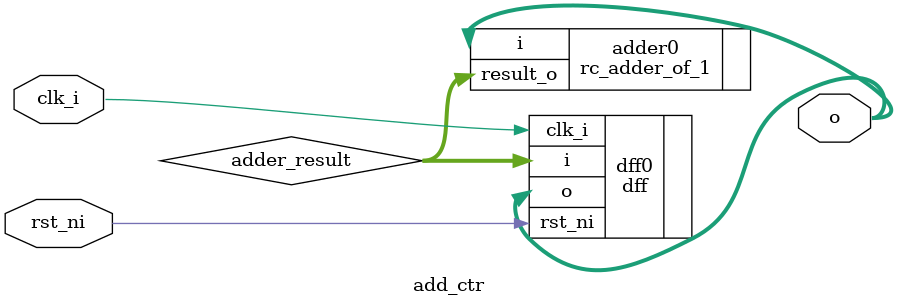
<source format=v>
`include "dff.v"
`include "rc_adder_of_one.v"

module add_ctr #(
    parameter Width = 4
) (
    input clk_i,
    input rst_ni,
    output [Width-1 : 0] o
);

  wire [Width-1 : 0] adder_result;

  rc_adder_of_1 #(
      .Width(Width)
  ) adder0 (
      .i(o),
      .result_o(adder_result)
  );

  dff #(
      .Width(Width)
  ) dff0 (
      .clk_i(clk_i),
      .rst_ni(rst_ni),
      .i(adder_result),
      .o(o)
  );
endmodule

</source>
